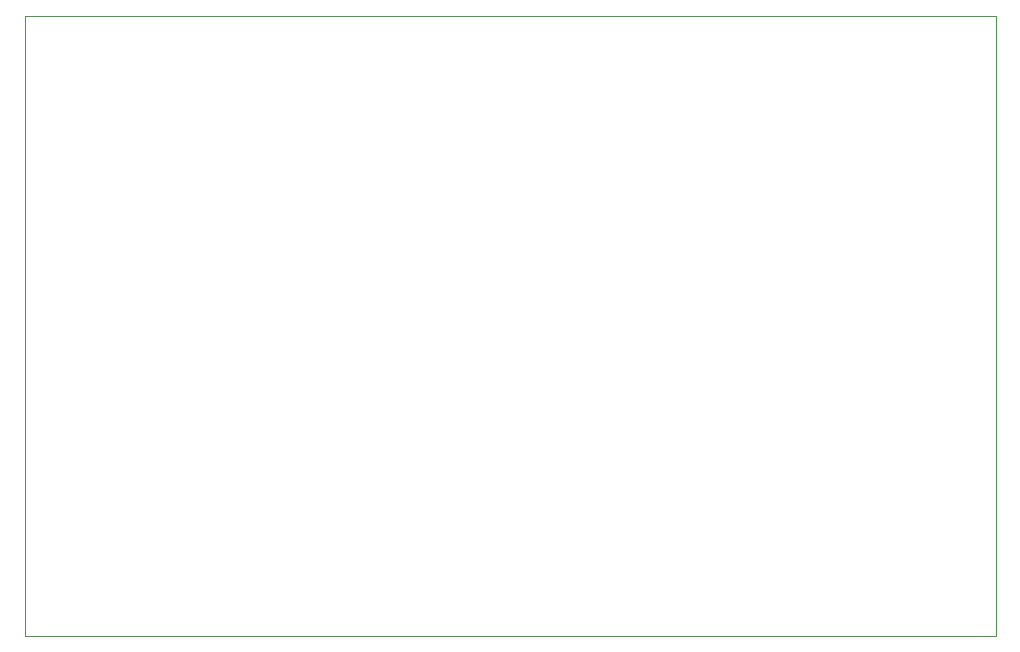
<source format=gbr>
%TF.GenerationSoftware,KiCad,Pcbnew,9.0.0*%
%TF.CreationDate,2025-04-18T19:56:47-04:00*%
%TF.ProjectId,TEMP_ctrl,54454d50-5f63-4747-926c-2e6b69636164,rev?*%
%TF.SameCoordinates,Original*%
%TF.FileFunction,Profile,NP*%
%FSLAX46Y46*%
G04 Gerber Fmt 4.6, Leading zero omitted, Abs format (unit mm)*
G04 Created by KiCad (PCBNEW 9.0.0) date 2025-04-18 19:56:47*
%MOMM*%
%LPD*%
G01*
G04 APERTURE LIST*
%TA.AperFunction,Profile*%
%ADD10C,0.050000*%
%TD*%
G04 APERTURE END LIST*
D10*
X110000000Y-89500000D02*
X192250000Y-89500000D01*
X192250000Y-142000000D01*
X110000000Y-142000000D01*
X110000000Y-89500000D01*
M02*

</source>
